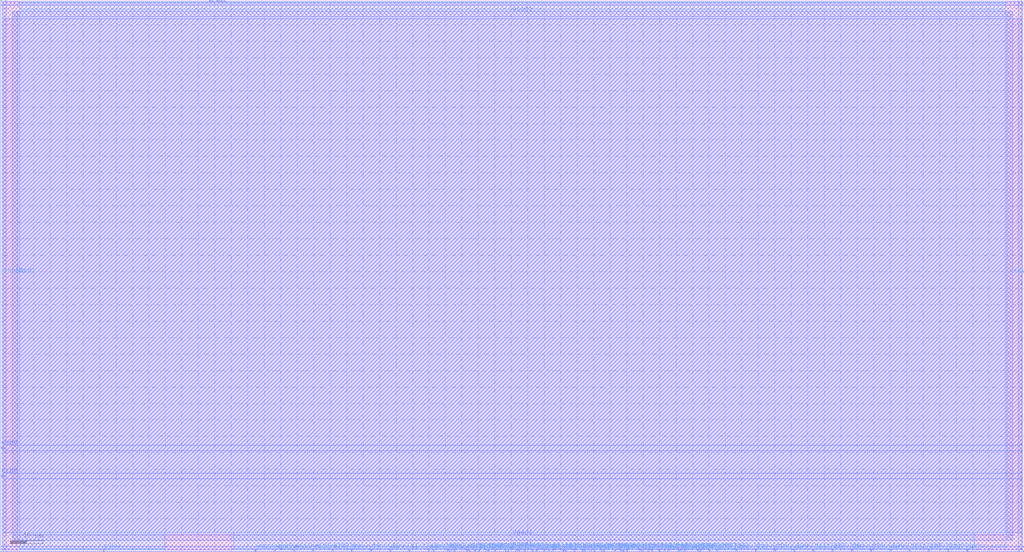
<source format=lef>
VERSION 5.7 ;
  NOWIREEXTENSIONATPIN ON ;
  DIVIDERCHAR "/" ;
  BUSBITCHARS "[]" ;
MACRO sky130_sram_256B_1rw_32x64
  CLASS BLOCK ;
  FOREIGN sky130_sram_256B_1rw_32x64 ;
  ORIGIN 0.000 0.000 ;
  SIZE 310.680 BY 167.570 ;
  SYMMETRY X Y R90 ;
  PIN din0[0]
    DIRECTION INPUT ;
    PORT
      LAYER met4 ;
        RECT 100.540 0.000 100.920 0.380 ;
    END
  END din0[0]
  PIN din0[1]
    DIRECTION INPUT ;
    PORT
      LAYER met4 ;
        RECT 106.380 0.000 106.760 0.380 ;
    END
  END din0[1]
  PIN din0[2]
    DIRECTION INPUT ;
    PORT
      LAYER met4 ;
        RECT 112.220 0.000 112.600 0.380 ;
    END
  END din0[2]
  PIN din0[3]
    DIRECTION INPUT ;
    PORT
      LAYER met4 ;
        RECT 118.060 0.000 118.440 0.380 ;
    END
  END din0[3]
  PIN din0[4]
    DIRECTION INPUT ;
    PORT
      LAYER met4 ;
        RECT 123.900 0.000 124.280 0.380 ;
    END
  END din0[4]
  PIN din0[5]
    DIRECTION INPUT ;
    PORT
      LAYER met4 ;
        RECT 129.740 0.000 130.120 0.380 ;
    END
  END din0[5]
  PIN din0[6]
    DIRECTION INPUT ;
    PORT
      LAYER met4 ;
        RECT 135.580 0.000 135.960 0.380 ;
    END
  END din0[6]
  PIN din0[7]
    DIRECTION INPUT ;
    PORT
      LAYER met4 ;
        RECT 141.420 0.000 141.800 0.380 ;
    END
  END din0[7]
  PIN din0[8]
    DIRECTION INPUT ;
    PORT
      LAYER met4 ;
        RECT 147.260 0.000 147.640 0.380 ;
    END
  END din0[8]
  PIN din0[9]
    DIRECTION INPUT ;
    PORT
      LAYER met4 ;
        RECT 153.100 0.000 153.480 0.380 ;
    END
  END din0[9]
  PIN din0[10]
    DIRECTION INPUT ;
    PORT
      LAYER met4 ;
        RECT 158.940 0.000 159.320 0.380 ;
    END
  END din0[10]
  PIN din0[11]
    DIRECTION INPUT ;
    PORT
      LAYER met4 ;
        RECT 164.780 0.000 165.160 0.380 ;
    END
  END din0[11]
  PIN din0[12]
    DIRECTION INPUT ;
    PORT
      LAYER met4 ;
        RECT 170.620 0.000 171.000 0.380 ;
    END
  END din0[12]
  PIN din0[13]
    DIRECTION INPUT ;
    PORT
      LAYER met4 ;
        RECT 176.460 0.000 176.840 0.380 ;
    END
  END din0[13]
  PIN din0[14]
    DIRECTION INPUT ;
    PORT
      LAYER met4 ;
        RECT 182.300 0.000 182.680 0.380 ;
    END
  END din0[14]
  PIN din0[15]
    DIRECTION INPUT ;
    PORT
      LAYER met4 ;
        RECT 188.140 0.000 188.520 0.380 ;
    END
  END din0[15]
  PIN din0[16]
    DIRECTION INPUT ;
    PORT
      LAYER met4 ;
        RECT 193.980 0.000 194.360 0.380 ;
    END
  END din0[16]
  PIN din0[17]
    DIRECTION INPUT ;
    PORT
      LAYER met4 ;
        RECT 199.820 0.000 200.200 0.380 ;
    END
  END din0[17]
  PIN din0[18]
    DIRECTION INPUT ;
    PORT
      LAYER met4 ;
        RECT 205.660 0.000 206.040 0.380 ;
    END
  END din0[18]
  PIN din0[19]
    DIRECTION INPUT ;
    PORT
      LAYER met4 ;
        RECT 211.500 0.000 211.880 0.380 ;
    END
  END din0[19]
  PIN din0[20]
    DIRECTION INPUT ;
    PORT
      LAYER met4 ;
        RECT 217.340 0.000 217.720 0.380 ;
    END
  END din0[20]
  PIN din0[21]
    DIRECTION INPUT ;
    PORT
      LAYER met4 ;
        RECT 223.180 0.000 223.560 0.380 ;
    END
  END din0[21]
  PIN din0[22]
    DIRECTION INPUT ;
    PORT
      LAYER met4 ;
        RECT 229.020 0.000 229.400 0.380 ;
    END
  END din0[22]
  PIN din0[23]
    DIRECTION INPUT ;
    PORT
      LAYER met4 ;
        RECT 234.860 0.000 235.240 0.380 ;
    END
  END din0[23]
  PIN din0[24]
    DIRECTION INPUT ;
    PORT
      LAYER met4 ;
        RECT 240.700 0.000 241.080 0.380 ;
    END
  END din0[24]
  PIN din0[25]
    DIRECTION INPUT ;
    PORT
      LAYER met4 ;
        RECT 246.540 0.000 246.920 0.380 ;
    END
  END din0[25]
  PIN din0[26]
    DIRECTION INPUT ;
    PORT
      LAYER met4 ;
        RECT 252.380 0.000 252.760 0.380 ;
    END
  END din0[26]
  PIN din0[27]
    DIRECTION INPUT ;
    PORT
      LAYER met4 ;
        RECT 258.220 0.000 258.600 0.380 ;
    END
  END din0[27]
  PIN din0[28]
    DIRECTION INPUT ;
    PORT
      LAYER met4 ;
        RECT 264.060 0.000 264.440 0.380 ;
    END
  END din0[28]
  PIN din0[29]
    DIRECTION INPUT ;
    PORT
      LAYER met4 ;
        RECT 269.900 0.000 270.280 0.380 ;
    END
  END din0[29]
  PIN din0[30]
    DIRECTION INPUT ;
    PORT
      LAYER met4 ;
        RECT 275.740 0.000 276.120 0.380 ;
    END
  END din0[30]
  PIN din0[31]
    DIRECTION INPUT ;
    PORT
      LAYER met4 ;
        RECT 281.580 0.000 281.960 0.380 ;
    END
  END din0[31]
  PIN din0[32]
    DIRECTION INPUT ;
    PORT
      LAYER met4 ;
        RECT 287.420 0.000 287.800 0.380 ;
    END
  END din0[32]
  PIN addr0[0]
    DIRECTION INPUT ;
    PORT
      LAYER met4 ;
        RECT 63.270 167.190 63.650 167.570 ;
    END
  END addr0[0]
  PIN addr0[1]
    DIRECTION INPUT ;
    PORT
      LAYER met4 ;
        RECT 67.625 167.190 68.005 167.570 ;
    END
  END addr0[1]
  PIN addr0[2]
    DIRECTION INPUT ;
    PORT
      LAYER met4 ;
        RECT 63.960 167.190 64.340 167.570 ;
    END
  END addr0[2]
  PIN addr0[3]
    DIRECTION INPUT ;
    PORT
      LAYER met4 ;
        RECT 66.935 167.190 67.315 167.570 ;
    END
  END addr0[3]
  PIN addr0[4]
    DIRECTION INPUT ;
    PORT
      LAYER met4 ;
        RECT 66.245 167.190 66.625 167.570 ;
    END
  END addr0[4]
  PIN addr0[5]
    DIRECTION INPUT ;
    PORT
      LAYER met4 ;
        RECT 65.500 167.190 65.880 167.570 ;
    END
  END addr0[5]
  PIN csb0
    DIRECTION INPUT ;
    PORT
      LAYER met3 ;
        RECT 0.000 22.830 0.380 23.210 ;
    END
  END csb0
  PIN web0
    DIRECTION INPUT ;
    PORT
      LAYER met3 ;
        RECT 0.000 31.330 0.380 31.710 ;
    END
  END web0
  PIN clk0
    DIRECTION INPUT ;
    PORT
      LAYER met4 ;
        RECT 31.100 0.000 31.480 0.380 ;
    END
  END clk0
  PIN wmask0[0]
    DIRECTION INPUT ;
    PORT
      LAYER met4 ;
        RECT 77.180 0.000 77.560 0.380 ;
    END
  END wmask0[0]
  PIN wmask0[1]
    DIRECTION INPUT ;
    PORT
      LAYER met4 ;
        RECT 83.020 0.000 83.400 0.380 ;
    END
  END wmask0[1]
  PIN wmask0[2]
    DIRECTION INPUT ;
    PORT
      LAYER met4 ;
        RECT 88.860 0.000 89.240 0.380 ;
    END
  END wmask0[2]
  PIN wmask0[3]
    DIRECTION INPUT ;
    PORT
      LAYER met4 ;
        RECT 94.700 0.000 95.080 0.380 ;
    END
  END wmask0[3]
  PIN spare_wen0
    DIRECTION INPUT ;
    PORT
      LAYER met4 ;
        RECT 293.260 0.000 293.640 0.380 ;
    END
  END spare_wen0
  PIN dout0[0]
    DIRECTION OUTPUT ;
    PORT
      LAYER met4 ;
        RECT 131.225 0.000 131.605 0.380 ;
    END
  END dout0[0]
  PIN dout0[1]
    DIRECTION OUTPUT ;
    PORT
      LAYER met4 ;
        RECT 136.340 0.000 136.720 0.380 ;
    END
  END dout0[1]
  PIN dout0[2]
    DIRECTION OUTPUT ;
    PORT
      LAYER met4 ;
        RECT 137.490 0.000 137.870 0.380 ;
    END
  END dout0[2]
  PIN dout0[3]
    DIRECTION OUTPUT ;
    PORT
      LAYER met4 ;
        RECT 142.110 0.000 142.490 0.380 ;
    END
  END dout0[3]
  PIN dout0[4]
    DIRECTION OUTPUT ;
    PORT
      LAYER met4 ;
        RECT 143.870 0.000 144.250 0.380 ;
    END
  END dout0[4]
  PIN dout0[5]
    DIRECTION OUTPUT ;
    PORT
      LAYER met4 ;
        RECT 144.960 0.000 145.340 0.380 ;
    END
  END dout0[5]
  PIN dout0[6]
    DIRECTION OUTPUT ;
    PORT
      LAYER met4 ;
        RECT 147.950 0.000 148.330 0.380 ;
    END
  END dout0[6]
  PIN dout0[7]
    DIRECTION OUTPUT ;
    PORT
      LAYER met4 ;
        RECT 149.960 0.000 150.340 0.380 ;
    END
  END dout0[7]
  PIN dout0[8]
    DIRECTION OUTPUT ;
    PORT
      LAYER met4 ;
        RECT 153.870 0.000 154.250 0.380 ;
    END
  END dout0[8]
  PIN dout0[9]
    DIRECTION OUTPUT ;
    PORT
      LAYER met4 ;
        RECT 156.340 0.000 156.720 0.380 ;
    END
  END dout0[9]
  PIN dout0[10]
    DIRECTION OUTPUT ;
    PORT
      LAYER met4 ;
        RECT 157.135 0.000 157.515 0.380 ;
    END
  END dout0[10]
  PIN dout0[11]
    DIRECTION OUTPUT ;
    PORT
      LAYER met4 ;
        RECT 161.340 0.000 161.720 0.380 ;
    END
  END dout0[11]
  PIN dout0[12]
    DIRECTION OUTPUT ;
    PORT
      LAYER met4 ;
        RECT 162.490 0.000 162.870 0.380 ;
    END
  END dout0[12]
  PIN dout0[13]
    DIRECTION OUTPUT ;
    PORT
      LAYER met4 ;
        RECT 166.340 0.000 166.720 0.380 ;
    END
  END dout0[13]
  PIN dout0[14]
    DIRECTION OUTPUT ;
    PORT
      LAYER met4 ;
        RECT 167.490 0.000 167.870 0.380 ;
    END
  END dout0[14]
  PIN dout0[15]
    DIRECTION OUTPUT ;
    PORT
      LAYER met4 ;
        RECT 171.310 0.000 171.690 0.380 ;
    END
  END dout0[15]
  PIN dout0[16]
    DIRECTION OUTPUT ;
    PORT
      LAYER met4 ;
        RECT 173.870 0.000 174.250 0.380 ;
    END
  END dout0[16]
  PIN dout0[17]
    DIRECTION OUTPUT ;
    PORT
      LAYER met4 ;
        RECT 177.150 0.000 177.530 0.380 ;
    END
  END dout0[17]
  PIN dout0[18]
    DIRECTION OUTPUT ;
    PORT
      LAYER met4 ;
        RECT 178.870 0.000 179.250 0.380 ;
    END
  END dout0[18]
  PIN dout0[19]
    DIRECTION OUTPUT ;
    PORT
      LAYER met4 ;
        RECT 179.960 0.000 180.340 0.380 ;
    END
  END dout0[19]
  PIN dout0[20]
    DIRECTION OUTPUT ;
    PORT
      LAYER met4 ;
        RECT 182.990 0.000 183.370 0.380 ;
    END
  END dout0[20]
  PIN dout0[21]
    DIRECTION OUTPUT ;
    PORT
      LAYER met4 ;
        RECT 186.280 0.000 186.660 0.380 ;
    END
  END dout0[21]
  PIN dout0[22]
    DIRECTION OUTPUT ;
    PORT
      LAYER met4 ;
        RECT 188.870 0.000 189.250 0.380 ;
    END
  END dout0[22]
  PIN dout0[23]
    DIRECTION OUTPUT ;
    PORT
      LAYER met4 ;
        RECT 189.960 0.000 190.340 0.380 ;
    END
  END dout0[23]
  PIN dout0[24]
    DIRECTION OUTPUT ;
    PORT
      LAYER met4 ;
        RECT 194.670 0.000 195.050 0.380 ;
    END
  END dout0[24]
  PIN dout0[25]
    DIRECTION OUTPUT ;
    PORT
      LAYER met4 ;
        RECT 196.340 0.000 196.720 0.380 ;
    END
  END dout0[25]
  PIN dout0[26]
    DIRECTION OUTPUT ;
    PORT
      LAYER met4 ;
        RECT 197.490 0.000 197.870 0.380 ;
    END
  END dout0[26]
  PIN dout0[27]
    DIRECTION OUTPUT ;
    PORT
      LAYER met4 ;
        RECT 201.340 0.000 201.720 0.380 ;
    END
  END dout0[27]
  PIN dout0[28]
    DIRECTION OUTPUT ;
    PORT
      LAYER met4 ;
        RECT 202.490 0.000 202.870 0.380 ;
    END
  END dout0[28]
  PIN dout0[29]
    DIRECTION OUTPUT ;
    PORT
      LAYER met4 ;
        RECT 206.350 0.000 206.730 0.380 ;
    END
  END dout0[29]
  PIN dout0[30]
    DIRECTION OUTPUT ;
    PORT
      LAYER met4 ;
        RECT 207.490 0.000 207.870 0.380 ;
    END
  END dout0[30]
  PIN dout0[31]
    DIRECTION OUTPUT ;
    PORT
      LAYER met4 ;
        RECT 212.190 0.000 212.570 0.380 ;
    END
  END dout0[31]
  PIN dout0[32]
    DIRECTION OUTPUT ;
    PORT
      LAYER met4 ;
        RECT 215.035 0.000 215.415 0.380 ;
    END
  END dout0[32]
  PIN vccd1
    DIRECTION INOUT ;
    USE POWER ;
    SHAPE ABUTMENT ;
    PORT
      LAYER met4 ;
        RECT 0.000 0.000 1.740 167.570 ;
    END
    PORT
      LAYER met3 ;
        RECT 0.000 0.000 310.680 1.740 ;
    END
    PORT
      LAYER met4 ;
        RECT 308.940 0.000 310.680 167.570 ;
    END
    PORT
      LAYER met3 ;
        RECT 0.000 165.830 310.680 167.570 ;
    END
  END vccd1
  PIN vssd1
    DIRECTION INOUT ;
    USE GROUND ;
    SHAPE ABUTMENT ;
    PORT
      LAYER met3 ;
        RECT 3.480 162.350 307.200 164.090 ;
    END
    PORT
      LAYER met3 ;
        RECT 3.480 3.480 307.200 5.220 ;
    END
    PORT
      LAYER met4 ;
        RECT 305.460 3.480 307.200 164.090 ;
    END
    PORT
      LAYER met4 ;
        RECT 3.480 3.480 5.220 164.090 ;
    END
  END vssd1
  OBS
      LAYER met1 ;
        RECT 0.620 0.620 310.060 166.950 ;
      LAYER met2 ;
        RECT 0.620 0.620 310.060 166.950 ;
      LAYER met3 ;
        RECT 0.620 32.310 310.060 161.750 ;
        RECT 0.980 30.730 310.060 32.310 ;
        RECT 0.620 23.810 310.060 30.730 ;
        RECT 0.980 22.230 310.060 23.810 ;
        RECT 0.620 5.820 310.060 22.230 ;
      LAYER met4 ;
        RECT 5.830 166.590 62.670 166.950 ;
        RECT 68.605 166.590 304.880 166.950 ;
        RECT 5.830 164.690 304.880 166.590 ;
        RECT 5.830 5.820 304.860 164.690 ;
        RECT 5.830 0.980 49.730 5.820 ;
        RECT 5.830 0.620 30.500 0.980 ;
        RECT 32.080 0.620 49.730 0.980 ;
        RECT 70.790 0.980 295.450 5.820 ;
        RECT 70.790 0.620 76.580 0.980 ;
        RECT 78.160 0.620 82.420 0.980 ;
        RECT 84.000 0.620 88.260 0.980 ;
        RECT 89.840 0.620 94.100 0.980 ;
        RECT 95.680 0.620 99.940 0.980 ;
        RECT 101.520 0.620 105.780 0.980 ;
        RECT 107.360 0.620 111.620 0.980 ;
        RECT 113.200 0.620 117.460 0.980 ;
        RECT 119.040 0.620 123.300 0.980 ;
        RECT 124.880 0.620 129.140 0.980 ;
        RECT 132.205 0.620 134.980 0.980 ;
        RECT 138.470 0.620 140.820 0.980 ;
        RECT 143.090 0.620 143.270 0.980 ;
        RECT 145.940 0.620 146.660 0.980 ;
        RECT 148.930 0.620 149.360 0.980 ;
        RECT 150.940 0.620 152.500 0.980 ;
        RECT 154.850 0.620 155.740 0.980 ;
        RECT 158.115 0.620 158.340 0.980 ;
        RECT 159.920 0.620 160.740 0.980 ;
        RECT 163.470 0.620 164.180 0.980 ;
        RECT 168.470 0.620 170.020 0.980 ;
        RECT 172.290 0.620 173.270 0.980 ;
        RECT 174.850 0.620 175.860 0.980 ;
        RECT 178.130 0.620 178.270 0.980 ;
        RECT 180.940 0.620 181.700 0.980 ;
        RECT 183.970 0.620 185.680 0.980 ;
        RECT 187.260 0.620 187.540 0.980 ;
        RECT 190.940 0.620 193.380 0.980 ;
        RECT 195.650 0.620 195.740 0.980 ;
        RECT 198.470 0.620 199.220 0.980 ;
        RECT 203.470 0.620 205.060 0.980 ;
        RECT 208.470 0.620 210.900 0.980 ;
        RECT 213.170 0.620 214.435 0.980 ;
        RECT 216.015 0.620 216.740 0.980 ;
        RECT 218.320 0.620 222.580 0.980 ;
        RECT 224.160 0.620 228.420 0.980 ;
        RECT 230.000 0.620 234.260 0.980 ;
        RECT 235.840 0.620 240.100 0.980 ;
        RECT 241.680 0.620 245.940 0.980 ;
        RECT 247.520 0.620 251.780 0.980 ;
        RECT 253.360 0.620 257.620 0.980 ;
        RECT 259.200 0.620 263.460 0.980 ;
        RECT 265.040 0.620 269.300 0.980 ;
        RECT 270.880 0.620 275.140 0.980 ;
        RECT 276.720 0.620 280.980 0.980 ;
        RECT 282.560 0.620 286.820 0.980 ;
        RECT 288.400 0.620 292.660 0.980 ;
        RECT 294.240 0.620 295.450 0.980 ;
        RECT 304.860 0.620 304.880 2.880 ;
        RECT 34.010 0.610 49.730 0.620 ;
  END
END sky130_sram_256B_1rw_32x64
END LIBRARY


</source>
